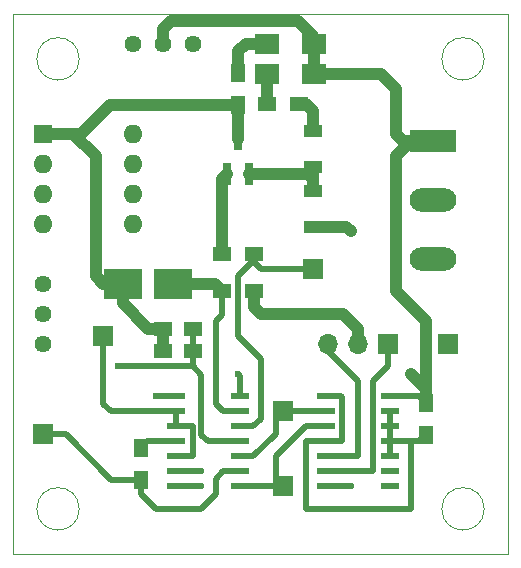
<source format=gbr>
%TF.GenerationSoftware,KiCad,Pcbnew,4.0.7*%
%TF.CreationDate,2018-04-11T16:34:22+03:00*%
%TF.ProjectId,capacity_sensor,63617061636974795F73656E736F722E,rev?*%
%TF.FileFunction,Copper,L1,Top,Signal*%
%FSLAX46Y46*%
G04 Gerber Fmt 4.6, Leading zero omitted, Abs format (unit mm)*
G04 Created by KiCad (PCBNEW 4.0.7) date 04/11/18 16:34:22*
%MOMM*%
%LPD*%
G01*
G04 APERTURE LIST*
%ADD10C,0.100000*%
%ADD11R,1.500000X1.250000*%
%ADD12R,3.200000X2.500000*%
%ADD13R,2.000000X1.700000*%
%ADD14R,1.600000X1.000000*%
%ADD15R,1.700000X1.700000*%
%ADD16O,1.700000X1.700000*%
%ADD17R,3.960000X1.980000*%
%ADD18O,3.960000X1.980000*%
%ADD19R,1.300000X1.500000*%
%ADD20R,1.500000X1.300000*%
%ADD21C,1.440000*%
%ADD22R,1.600000X1.600000*%
%ADD23O,1.600000X1.600000*%
%ADD24R,1.500000X0.600000*%
%ADD25R,0.800000X1.900000*%
%ADD26C,0.600000*%
%ADD27C,1.000000*%
%ADD28C,0.500000*%
G04 APERTURE END LIST*
D10*
X119380000Y-129540000D02*
X119380000Y-83820000D01*
X161290000Y-129540000D02*
X119380000Y-129540000D01*
X161290000Y-83820000D02*
X161290000Y-129540000D01*
X119380000Y-83820000D02*
X161290000Y-83820000D01*
X159276051Y-125730000D02*
G75*
G03X159276051Y-125730000I-1796051J0D01*
G01*
X124986051Y-125730000D02*
G75*
G03X124986051Y-125730000I-1796051J0D01*
G01*
X159276051Y-87630000D02*
G75*
G03X159276051Y-87630000I-1796051J0D01*
G01*
X124986051Y-87630000D02*
G75*
G03X124986051Y-87630000I-1796051J0D01*
G01*
D11*
X134600000Y-110490000D03*
X132100000Y-110490000D03*
X134600000Y-112395000D03*
X132100000Y-112395000D03*
D12*
X132960000Y-106680000D03*
X128660000Y-106680000D03*
D13*
X140875000Y-88900000D03*
X144875000Y-88900000D03*
D14*
X144780000Y-96750000D03*
X144780000Y-93750000D03*
X144780000Y-98830000D03*
X144780000Y-101830000D03*
D13*
X140875000Y-86360000D03*
X144875000Y-86360000D03*
D15*
X127000000Y-111125000D03*
X121920000Y-119380000D03*
X142240000Y-123825000D03*
X142240000Y-117475000D03*
X151130000Y-111760000D03*
D16*
X148590000Y-111760000D03*
X146050000Y-111760000D03*
D15*
X144780000Y-105410000D03*
D17*
X154940000Y-94615000D03*
D18*
X154940000Y-99615000D03*
X154940000Y-104615000D03*
D15*
X156210000Y-111760000D03*
D19*
X130175000Y-123270000D03*
X130175000Y-120570000D03*
X154305000Y-116760000D03*
X154305000Y-119460000D03*
D20*
X137080000Y-107315000D03*
X139780000Y-107315000D03*
X137080000Y-104140000D03*
X139780000Y-104140000D03*
X143590000Y-91440000D03*
X140890000Y-91440000D03*
D19*
X138430000Y-91520000D03*
X138430000Y-88820000D03*
D21*
X134620000Y-86360000D03*
X132080000Y-86360000D03*
X129540000Y-86360000D03*
X121920000Y-111760000D03*
X121920000Y-109220000D03*
X121920000Y-106680000D03*
D22*
X121920000Y-93980000D03*
D23*
X129540000Y-101600000D03*
X121920000Y-96520000D03*
X129540000Y-99060000D03*
X121920000Y-99060000D03*
X129540000Y-96520000D03*
X121920000Y-101600000D03*
X129540000Y-93980000D03*
D24*
X133190000Y-116205000D03*
X133190000Y-117475000D03*
X133190000Y-118745000D03*
X133190000Y-120015000D03*
X133190000Y-121285000D03*
X133190000Y-122555000D03*
X133190000Y-123825000D03*
X138590000Y-123825000D03*
X138590000Y-122555000D03*
X138590000Y-121285000D03*
X138590000Y-120015000D03*
X138590000Y-118745000D03*
X138590000Y-117475000D03*
X138590000Y-116205000D03*
X145890000Y-116205000D03*
X145890000Y-117475000D03*
X145890000Y-118745000D03*
X145890000Y-120015000D03*
X145890000Y-121285000D03*
X145890000Y-122555000D03*
X145890000Y-123825000D03*
X151290000Y-123825000D03*
X151290000Y-122555000D03*
X151290000Y-121285000D03*
X151290000Y-120015000D03*
X151290000Y-118745000D03*
X151290000Y-117475000D03*
X151290000Y-116205000D03*
D25*
X137480000Y-97385000D03*
X139380000Y-97385000D03*
X138430000Y-94385000D03*
D26*
X138430000Y-114300000D03*
X153035000Y-114300000D03*
X147955000Y-123825000D03*
X135255000Y-123825000D03*
X128270000Y-113665000D03*
X147955000Y-102235000D03*
X135255000Y-122555000D03*
X131445000Y-116205000D03*
D27*
X154940000Y-94615000D02*
X152400000Y-94615000D01*
X150495000Y-88900000D02*
X144875000Y-88900000D01*
X151765000Y-90170000D02*
X150495000Y-88900000D01*
X151765000Y-93980000D02*
X151765000Y-90170000D01*
X152400000Y-94615000D02*
X151765000Y-93980000D01*
X144875000Y-88900000D02*
X144875000Y-86360000D01*
X144875000Y-86360000D02*
X144780000Y-86265000D01*
X144780000Y-86265000D02*
X144780000Y-85725000D01*
X144780000Y-85725000D02*
X143510000Y-84455000D01*
X143510000Y-84455000D02*
X132715000Y-84455000D01*
X132715000Y-84455000D02*
X132080000Y-85090000D01*
X132080000Y-85090000D02*
X132080000Y-86360000D01*
D28*
X138590000Y-116205000D02*
X138590000Y-114460000D01*
X138590000Y-114460000D02*
X138430000Y-114300000D01*
D27*
X154940000Y-94615000D02*
X153035000Y-94615000D01*
X153035000Y-94615000D02*
X151765000Y-95885000D01*
X154305000Y-109855000D02*
X154305000Y-115570000D01*
X151765000Y-107315000D02*
X154305000Y-109855000D01*
X151765000Y-95885000D02*
X151765000Y-107315000D01*
X154305000Y-115570000D02*
X154305000Y-116760000D01*
X153035000Y-114300000D02*
X154305000Y-115570000D01*
D28*
X151290000Y-116205000D02*
X153750000Y-116205000D01*
X153750000Y-116205000D02*
X154305000Y-116760000D01*
D27*
X138430000Y-91520000D02*
X138430000Y-94385000D01*
X138430000Y-91520000D02*
X127555000Y-91520000D01*
X125095000Y-93980000D02*
X124460000Y-93980000D01*
X127555000Y-91520000D02*
X125095000Y-93980000D01*
X121920000Y-93980000D02*
X124460000Y-93980000D01*
X127000000Y-106680000D02*
X128660000Y-106680000D01*
X126365000Y-106045000D02*
X127000000Y-106680000D01*
X126365000Y-95885000D02*
X126365000Y-106045000D01*
X124460000Y-93980000D02*
X126365000Y-95885000D01*
X132100000Y-110490000D02*
X130810000Y-110490000D01*
X130810000Y-110490000D02*
X128660000Y-108340000D01*
X128660000Y-108340000D02*
X128660000Y-106680000D01*
X132100000Y-112395000D02*
X132100000Y-110490000D01*
D28*
X145890000Y-123825000D02*
X147955000Y-123825000D01*
X135255000Y-123825000D02*
X133190000Y-123825000D01*
X134600000Y-113645000D02*
X128290000Y-113645000D01*
X128290000Y-113645000D02*
X128270000Y-113665000D01*
X134600000Y-110490000D02*
X134600000Y-112395000D01*
X138590000Y-120015000D02*
X135890000Y-120015000D01*
X134600000Y-113645000D02*
X134600000Y-112395000D01*
X135320002Y-114365002D02*
X134600000Y-113645000D01*
X135320002Y-119445002D02*
X135320002Y-114365002D01*
X135890000Y-120015000D02*
X135320002Y-119445002D01*
X138590000Y-117475000D02*
X137160000Y-117475000D01*
X137080000Y-109300000D02*
X137080000Y-107315000D01*
X136525000Y-109855000D02*
X137080000Y-109300000D01*
X136525000Y-116840000D02*
X136525000Y-109855000D01*
X137160000Y-117475000D02*
X136525000Y-116840000D01*
D27*
X132960000Y-106680000D02*
X136445000Y-106680000D01*
X136445000Y-106680000D02*
X137080000Y-107315000D01*
X144780000Y-101830000D02*
X147550000Y-101830000D01*
X147550000Y-101830000D02*
X147955000Y-102235000D01*
X140890000Y-91440000D02*
X140890000Y-88915000D01*
X140890000Y-88915000D02*
X140875000Y-88900000D01*
X139380000Y-97385000D02*
X144375000Y-97385000D01*
X144375000Y-97385000D02*
X144780000Y-97790000D01*
X144780000Y-98830000D02*
X144780000Y-97790000D01*
X144780000Y-97790000D02*
X144780000Y-96750000D01*
X144780000Y-93750000D02*
X144780000Y-92075000D01*
X144780000Y-92075000D02*
X144145000Y-91440000D01*
X144145000Y-91440000D02*
X143590000Y-91440000D01*
X138430000Y-88820000D02*
X138430000Y-86995000D01*
X139065000Y-86360000D02*
X140875000Y-86360000D01*
X138430000Y-86995000D02*
X139065000Y-86360000D01*
D28*
X127000000Y-111125000D02*
X127000000Y-116840000D01*
X127635000Y-117475000D02*
X133190000Y-117475000D01*
X127000000Y-116840000D02*
X127635000Y-117475000D01*
X133190000Y-118745000D02*
X133190000Y-117475000D01*
X133190000Y-121285000D02*
X134620000Y-121285000D01*
X134620000Y-118745000D02*
X133190000Y-118745000D01*
X134620000Y-121285000D02*
X134620000Y-118745000D01*
X130175000Y-123270000D02*
X127715000Y-123270000D01*
X123825000Y-119380000D02*
X121920000Y-119380000D01*
X127715000Y-123270000D02*
X123825000Y-119380000D01*
X138590000Y-122555000D02*
X137160000Y-122555000D01*
X130175000Y-124460000D02*
X130175000Y-123270000D01*
X131445000Y-125730000D02*
X130175000Y-124460000D01*
X135255000Y-125730000D02*
X131445000Y-125730000D01*
X136525000Y-124460000D02*
X135255000Y-125730000D01*
X136525000Y-123190000D02*
X136525000Y-124460000D01*
X137160000Y-122555000D02*
X136525000Y-123190000D01*
X141605000Y-123825000D02*
X138590000Y-123825000D01*
X145890000Y-118745000D02*
X144145000Y-118745000D01*
X141605000Y-121285000D02*
X141605000Y-123825000D01*
X144145000Y-118745000D02*
X141605000Y-121285000D01*
X138590000Y-121285000D02*
X139700000Y-121285000D01*
X141605000Y-119380000D02*
X141605000Y-117475000D01*
X139700000Y-121285000D02*
X141605000Y-119380000D01*
X145890000Y-117475000D02*
X141605000Y-117475000D01*
X145890000Y-122555000D02*
X149860000Y-122555000D01*
X151130000Y-113665000D02*
X151130000Y-111760000D01*
X149860000Y-114935000D02*
X151130000Y-113665000D01*
X149860000Y-122555000D02*
X149860000Y-114935000D01*
D27*
X148590000Y-111760000D02*
X148590000Y-110490000D01*
X139780000Y-108665000D02*
X139780000Y-107315000D01*
X140335000Y-109220000D02*
X139780000Y-108665000D01*
X147320000Y-109220000D02*
X140335000Y-109220000D01*
X148590000Y-110490000D02*
X147320000Y-109220000D01*
D28*
X145890000Y-121285000D02*
X148590000Y-121285000D01*
X148590000Y-114935000D02*
X146050000Y-112395000D01*
X148590000Y-121285000D02*
X148590000Y-114935000D01*
X146050000Y-112395000D02*
X146050000Y-111760000D01*
X144780000Y-105410000D02*
X140335000Y-105410000D01*
X139780000Y-104855000D02*
X139780000Y-104140000D01*
X140335000Y-105410000D02*
X139780000Y-104855000D01*
X138590000Y-118745000D02*
X139700000Y-118745000D01*
X138430000Y-106045000D02*
X139700000Y-104775000D01*
X138430000Y-111125000D02*
X138430000Y-106045000D01*
X140335000Y-113030000D02*
X138430000Y-111125000D01*
X140335000Y-118110000D02*
X140335000Y-113030000D01*
X139700000Y-118745000D02*
X140335000Y-118110000D01*
X139700000Y-104775000D02*
X139700000Y-104220000D01*
X139700000Y-104220000D02*
X139780000Y-104140000D01*
D27*
X137080000Y-104140000D02*
X137080000Y-97785000D01*
X137080000Y-97785000D02*
X137480000Y-97385000D01*
D28*
X133190000Y-120015000D02*
X130730000Y-120015000D01*
X130730000Y-120015000D02*
X130175000Y-120570000D01*
X133190000Y-122555000D02*
X135255000Y-122555000D01*
X145890000Y-120015000D02*
X144145000Y-120015000D01*
X153035000Y-125730000D02*
X153035000Y-120015000D01*
X144145000Y-125730000D02*
X153035000Y-125730000D01*
X144145000Y-120015000D02*
X144145000Y-125730000D01*
X147254998Y-120015000D02*
X147254998Y-116270002D01*
X145890000Y-120015000D02*
X147254998Y-120015000D01*
X147189996Y-116205000D02*
X145890000Y-116205000D01*
X147254998Y-116270002D02*
X147189996Y-116205000D01*
X151290000Y-120015000D02*
X153035000Y-120015000D01*
X153035000Y-120015000D02*
X153750000Y-120015000D01*
X153750000Y-120015000D02*
X154305000Y-119460000D01*
X151290000Y-118745000D02*
X151290000Y-117475000D01*
X151290000Y-118745000D02*
X151290000Y-120015000D01*
X151290000Y-121285000D02*
X151290000Y-120015000D01*
X133190000Y-116205000D02*
X131445000Y-116205000D01*
M02*

</source>
